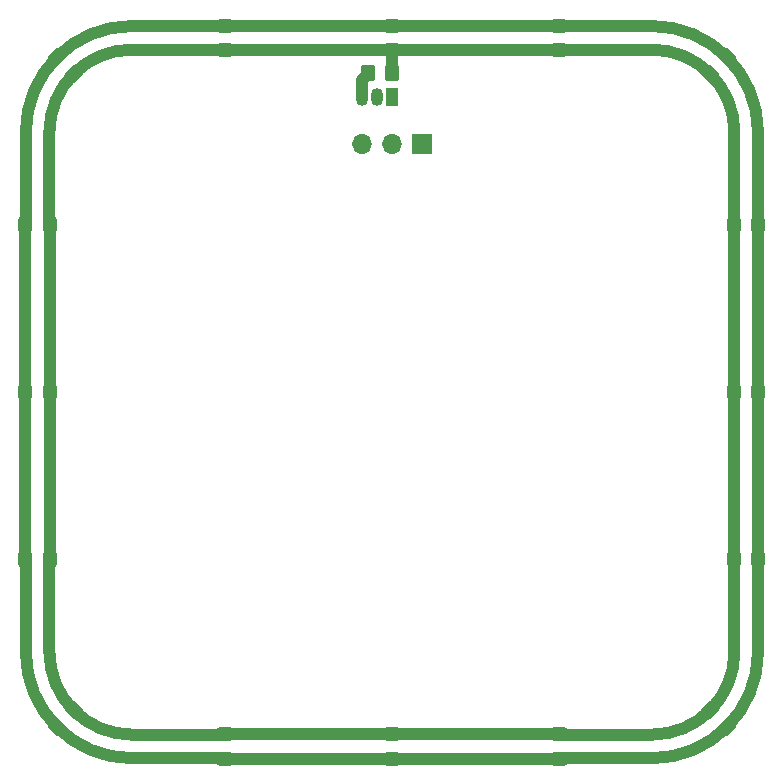
<source format=gbr>
G04 #@! TF.GenerationSoftware,KiCad,Pcbnew,7.0.7-2.fc38*
G04 #@! TF.CreationDate,2023-10-09T12:23:22+01:00*
G04 #@! TF.ProjectId,Light_PCB,4c696768-745f-4504-9342-2e6b69636164,rev?*
G04 #@! TF.SameCoordinates,Original*
G04 #@! TF.FileFunction,Copper,L1,Top*
G04 #@! TF.FilePolarity,Positive*
%FSLAX46Y46*%
G04 Gerber Fmt 4.6, Leading zero omitted, Abs format (unit mm)*
G04 Created by KiCad (PCBNEW 7.0.7-2.fc38) date 2023-10-09 12:23:22*
%MOMM*%
%LPD*%
G01*
G04 APERTURE LIST*
G04 Aperture macros list*
%AMRoundRect*
0 Rectangle with rounded corners*
0 $1 Rounding radius*
0 $2 $3 $4 $5 $6 $7 $8 $9 X,Y pos of 4 corners*
0 Add a 4 corners polygon primitive as box body*
4,1,4,$2,$3,$4,$5,$6,$7,$8,$9,$2,$3,0*
0 Add four circle primitives for the rounded corners*
1,1,$1+$1,$2,$3*
1,1,$1+$1,$4,$5*
1,1,$1+$1,$6,$7*
1,1,$1+$1,$8,$9*
0 Add four rect primitives between the rounded corners*
20,1,$1+$1,$2,$3,$4,$5,0*
20,1,$1+$1,$4,$5,$6,$7,0*
20,1,$1+$1,$6,$7,$8,$9,0*
20,1,$1+$1,$8,$9,$2,$3,0*%
G04 Aperture macros list end*
G04 #@! TA.AperFunction,NonConductor*
%ADD10C,1.000000*%
G04 #@! TD*
G04 #@! TA.AperFunction,SMDPad,CuDef*
%ADD11RoundRect,0.250000X-0.450000X0.325000X-0.450000X-0.325000X0.450000X-0.325000X0.450000X0.325000X0*%
G04 #@! TD*
G04 #@! TA.AperFunction,SMDPad,CuDef*
%ADD12RoundRect,0.250000X-0.325000X-0.450000X0.325000X-0.450000X0.325000X0.450000X-0.325000X0.450000X0*%
G04 #@! TD*
G04 #@! TA.AperFunction,SMDPad,CuDef*
%ADD13RoundRect,0.250000X0.325000X0.450000X-0.325000X0.450000X-0.325000X-0.450000X0.325000X-0.450000X0*%
G04 #@! TD*
G04 #@! TA.AperFunction,SMDPad,CuDef*
%ADD14RoundRect,0.250000X0.088388X-0.548008X0.548008X-0.088388X-0.088388X0.548008X-0.548008X0.088388X0*%
G04 #@! TD*
G04 #@! TA.AperFunction,SMDPad,CuDef*
%ADD15RoundRect,0.250000X-0.088388X0.548008X-0.548008X0.088388X0.088388X-0.548008X0.548008X-0.088388X0*%
G04 #@! TD*
G04 #@! TA.AperFunction,SMDPad,CuDef*
%ADD16RoundRect,0.250000X0.350000X0.450000X-0.350000X0.450000X-0.350000X-0.450000X0.350000X-0.450000X0*%
G04 #@! TD*
G04 #@! TA.AperFunction,SMDPad,CuDef*
%ADD17RoundRect,0.250000X0.450000X-0.325000X0.450000X0.325000X-0.450000X0.325000X-0.450000X-0.325000X0*%
G04 #@! TD*
G04 #@! TA.AperFunction,SMDPad,CuDef*
%ADD18RoundRect,0.250000X0.548008X0.088388X0.088388X0.548008X-0.548008X-0.088388X-0.088388X-0.548008X0*%
G04 #@! TD*
G04 #@! TA.AperFunction,SMDPad,CuDef*
%ADD19RoundRect,0.250000X-0.548008X-0.088388X-0.088388X-0.548008X0.548008X0.088388X0.088388X0.548008X0*%
G04 #@! TD*
G04 #@! TA.AperFunction,ComponentPad*
%ADD20R,1.050000X1.500000*%
G04 #@! TD*
G04 #@! TA.AperFunction,ComponentPad*
%ADD21O,1.050000X1.500000*%
G04 #@! TD*
G04 #@! TA.AperFunction,ComponentPad*
%ADD22R,1.700000X1.700000*%
G04 #@! TD*
G04 #@! TA.AperFunction,ComponentPad*
%ADD23O,1.700000X1.700000*%
G04 #@! TD*
G04 #@! TA.AperFunction,ViaPad*
%ADD24C,0.800000*%
G04 #@! TD*
G04 #@! TA.AperFunction,Conductor*
%ADD25C,1.000000*%
G04 #@! TD*
G04 APERTURE END LIST*
D10*
X113000000Y-56000000D02*
X121000000Y-56000000D01*
X166000000Y-63000000D02*
G75*
G03*
X157000000Y-54000000I-9000000J0D01*
G01*
X164000000Y-63000000D02*
X164000000Y-71000000D01*
X157000000Y-56000000D02*
X149000000Y-56000000D01*
X106000000Y-107000000D02*
G75*
G03*
X113000000Y-114000000I7000000J0D01*
G01*
X106000000Y-107000000D02*
X106000000Y-99000000D01*
X166000000Y-107000000D02*
X166000000Y-99000000D01*
X157000000Y-54000000D02*
X149000000Y-54000000D01*
X113000000Y-54000000D02*
G75*
G03*
X104000000Y-63000000I0J-9000000D01*
G01*
X104000000Y-107000000D02*
G75*
G03*
X113000000Y-116000000I9000000J0D01*
G01*
X113000000Y-56000000D02*
G75*
G03*
X106000000Y-63000000I0J-7000000D01*
G01*
X157000000Y-114000000D02*
G75*
G03*
X164000000Y-107000000I0J7000000D01*
G01*
X166000000Y-63000000D02*
X166000000Y-71000000D01*
X164000000Y-63000000D02*
G75*
G03*
X157000000Y-56000000I-7000000J0D01*
G01*
X104000000Y-63000000D02*
X104000000Y-71000000D01*
X113000000Y-114000000D02*
X121000000Y-114000000D01*
X113000000Y-54000000D02*
X121000000Y-54000000D01*
X113000000Y-116000000D02*
X121000000Y-116000000D01*
X104000000Y-107000000D02*
X104000000Y-99000000D01*
X106000000Y-63000000D02*
X106000000Y-71000000D01*
X157000000Y-114000000D02*
X149000000Y-114000000D01*
X164000000Y-107000000D02*
X164000000Y-99000000D01*
X157000000Y-116000000D02*
G75*
G03*
X166000000Y-107000000I0J9000000D01*
G01*
X157000000Y-116000000D02*
X149000000Y-116000000D01*
D11*
G04 #@! TO.P,D9,1,K*
G04 #@! TO.N,Net-(D1-Pad1)*
X149150000Y-113975000D03*
G04 #@! TO.P,D9,2,A*
G04 #@! TO.N,+3.3V*
X149150000Y-116025000D03*
G04 #@! TD*
D12*
G04 #@! TO.P,D7,1,K*
G04 #@! TO.N,Net-(D1-Pad1)*
X163975000Y-99150000D03*
G04 #@! TO.P,D7,2,A*
G04 #@! TO.N,+3.3V*
X166025000Y-99150000D03*
G04 #@! TD*
D13*
G04 #@! TO.P,D14,1,K*
G04 #@! TO.N,Net-(D1-Pad1)*
X106025000Y-85000000D03*
G04 #@! TO.P,D14,2,A*
G04 #@! TO.N,+3.3V*
X103975000Y-85000000D03*
G04 #@! TD*
D14*
G04 #@! TO.P,D4,1,K*
G04 #@! TO.N,Net-(D1-Pad1)*
X161932070Y-58067930D03*
G04 #@! TO.P,D4,2,A*
G04 #@! TO.N,+3.3V*
X163381638Y-56618362D03*
G04 #@! TD*
D12*
G04 #@! TO.P,D5,1,K*
G04 #@! TO.N,Net-(D1-Pad1)*
X163975000Y-70850000D03*
G04 #@! TO.P,D5,2,A*
G04 #@! TO.N,+3.3V*
X166025000Y-70850000D03*
G04 #@! TD*
D15*
G04 #@! TO.P,D12,1,K*
G04 #@! TO.N,Net-(D1-Pad1)*
X108067930Y-111932070D03*
G04 #@! TO.P,D12,2,A*
G04 #@! TO.N,+3.3V*
X106618362Y-113381638D03*
G04 #@! TD*
D16*
G04 #@! TO.P,R1,1*
G04 #@! TO.N,Net-(D1-Pad1)*
X135000000Y-58000000D03*
G04 #@! TO.P,R1,2*
G04 #@! TO.N,Net-(Q1-Pad3)*
X133000000Y-58000000D03*
G04 #@! TD*
D13*
G04 #@! TO.P,D15,1,K*
G04 #@! TO.N,Net-(D1-Pad1)*
X106025000Y-70850000D03*
G04 #@! TO.P,D15,2,A*
G04 #@! TO.N,+3.3V*
X103975000Y-70850000D03*
G04 #@! TD*
D11*
G04 #@! TO.P,D11,1,K*
G04 #@! TO.N,Net-(D1-Pad1)*
X120850000Y-113975000D03*
G04 #@! TO.P,D11,2,A*
G04 #@! TO.N,+3.3V*
X120850000Y-116025000D03*
G04 #@! TD*
D17*
G04 #@! TO.P,D3,1,K*
G04 #@! TO.N,Net-(D1-Pad1)*
X149150000Y-56025000D03*
G04 #@! TO.P,D3,2,A*
G04 #@! TO.N,+3.3V*
X149150000Y-53975000D03*
G04 #@! TD*
G04 #@! TO.P,D2,1,K*
G04 #@! TO.N,Net-(D1-Pad1)*
X135000000Y-56025000D03*
G04 #@! TO.P,D2,2,A*
G04 #@! TO.N,+3.3V*
X135000000Y-53975000D03*
G04 #@! TD*
D18*
G04 #@! TO.P,D16,1,K*
G04 #@! TO.N,Net-(D1-Pad1)*
X108067930Y-58067930D03*
G04 #@! TO.P,D16,2,A*
G04 #@! TO.N,+3.3V*
X106618362Y-56618362D03*
G04 #@! TD*
D19*
G04 #@! TO.P,D8,1,K*
G04 #@! TO.N,Net-(D1-Pad1)*
X161932070Y-111932070D03*
G04 #@! TO.P,D8,2,A*
G04 #@! TO.N,+3.3V*
X163381638Y-113381638D03*
G04 #@! TD*
D17*
G04 #@! TO.P,D1,1,K*
G04 #@! TO.N,Net-(D1-Pad1)*
X120850000Y-56025000D03*
G04 #@! TO.P,D1,2,A*
G04 #@! TO.N,+3.3V*
X120850000Y-53975000D03*
G04 #@! TD*
D12*
G04 #@! TO.P,D6,1,K*
G04 #@! TO.N,Net-(D1-Pad1)*
X163975000Y-85000000D03*
G04 #@! TO.P,D6,2,A*
G04 #@! TO.N,+3.3V*
X166025000Y-85000000D03*
G04 #@! TD*
D11*
G04 #@! TO.P,D10,1,K*
G04 #@! TO.N,Net-(D1-Pad1)*
X135000000Y-113975000D03*
G04 #@! TO.P,D10,2,A*
G04 #@! TO.N,+3.3V*
X135000000Y-116025000D03*
G04 #@! TD*
D13*
G04 #@! TO.P,D13,1,K*
G04 #@! TO.N,Net-(D1-Pad1)*
X106025000Y-99150000D03*
G04 #@! TO.P,D13,2,A*
G04 #@! TO.N,+3.3V*
X103975000Y-99150000D03*
G04 #@! TD*
D20*
G04 #@! TO.P,Q1,1,E*
G04 #@! TO.N,GND*
X135000000Y-60000000D03*
D21*
G04 #@! TO.P,Q1,2,B*
G04 #@! TO.N,INPUT*
X133730000Y-60000000D03*
G04 #@! TO.P,Q1,3,C*
G04 #@! TO.N,Net-(Q1-Pad3)*
X132460000Y-60000000D03*
G04 #@! TD*
D22*
G04 #@! TO.P,J1,1,Pin_1*
G04 #@! TO.N,+3.3V*
X137525000Y-63975000D03*
D23*
G04 #@! TO.P,J1,2,Pin_2*
G04 #@! TO.N,GND*
X134985000Y-63975000D03*
G04 #@! TO.P,J1,3,Pin_3*
G04 #@! TO.N,INPUT*
X132445000Y-63975000D03*
G04 #@! TD*
D24*
G04 #@! TO.N,+3.3V*
X138000000Y-54000000D03*
G04 #@! TD*
D25*
G04 #@! TO.N,Net-(D1-Pad1)*
X106025000Y-70850000D02*
X106025000Y-85000000D01*
X149150000Y-56025000D02*
X135000000Y-56025000D01*
X135000000Y-56025000D02*
X120850000Y-56025000D01*
X120850000Y-113975000D02*
X135000000Y-113975000D01*
X163975000Y-70850000D02*
X163975000Y-85000000D01*
X106025000Y-85000000D02*
X106025000Y-99150000D01*
X135000000Y-58000000D02*
X135000000Y-56025000D01*
X163975000Y-85000000D02*
X163975000Y-99150000D01*
X135000000Y-113975000D02*
X149150000Y-113975000D01*
G04 #@! TO.N,+3.3V*
X103975000Y-70850000D02*
X103975000Y-85000000D01*
X120850000Y-53975000D02*
X135000000Y-53975000D01*
X166025000Y-99150000D02*
X166025000Y-85000000D01*
X103975000Y-85000000D02*
X103975000Y-99150000D01*
X135000000Y-116025000D02*
X120850000Y-116025000D01*
X149150000Y-116025000D02*
X135000000Y-116025000D01*
X135000000Y-53975000D02*
X149150000Y-53975000D01*
X166025000Y-85000000D02*
X166025000Y-70850000D01*
G04 #@! TO.N,Net-(Q1-Pad3)*
X132460000Y-60000000D02*
X132460000Y-58540000D01*
X132460000Y-58540000D02*
X133000000Y-58000000D01*
G04 #@! TD*
M02*

</source>
